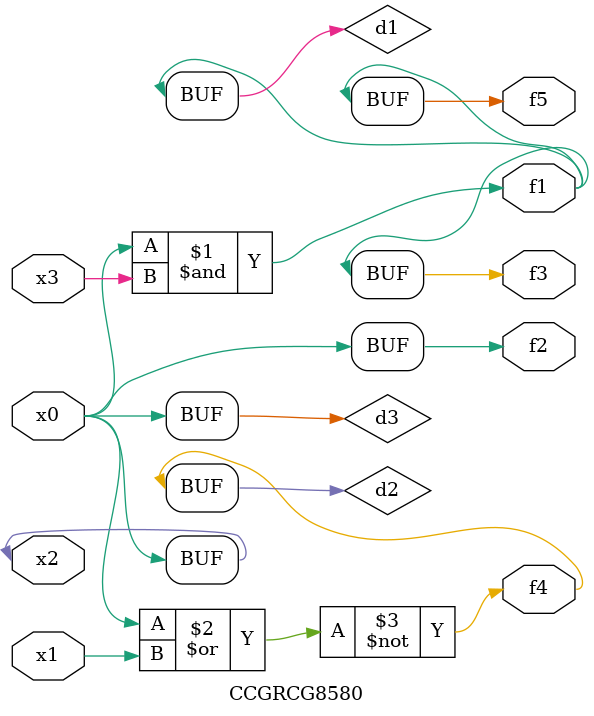
<source format=v>
module CCGRCG8580(
	input x0, x1, x2, x3,
	output f1, f2, f3, f4, f5
);

	wire d1, d2, d3;

	and (d1, x2, x3);
	nor (d2, x0, x1);
	buf (d3, x0, x2);
	assign f1 = d1;
	assign f2 = d3;
	assign f3 = d1;
	assign f4 = d2;
	assign f5 = d1;
endmodule

</source>
